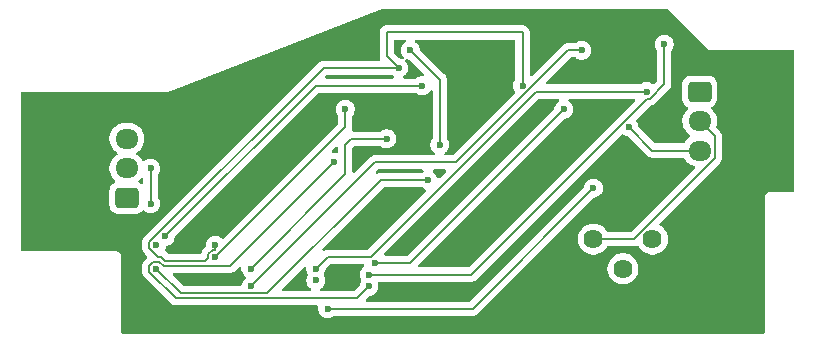
<source format=gbr>
%TF.GenerationSoftware,KiCad,Pcbnew,9.0.4*%
%TF.CreationDate,2025-09-27T14:14:02+05:30*%
%TF.ProjectId,EEG,4545472e-6b69-4636-9164-5f7063625858,rev?*%
%TF.SameCoordinates,Original*%
%TF.FileFunction,Copper,L2,Bot*%
%TF.FilePolarity,Positive*%
%FSLAX46Y46*%
G04 Gerber Fmt 4.6, Leading zero omitted, Abs format (unit mm)*
G04 Created by KiCad (PCBNEW 9.0.4) date 2025-09-27 14:14:02*
%MOMM*%
%LPD*%
G01*
G04 APERTURE LIST*
G04 Aperture macros list*
%AMRoundRect*
0 Rectangle with rounded corners*
0 $1 Rounding radius*
0 $2 $3 $4 $5 $6 $7 $8 $9 X,Y pos of 4 corners*
0 Add a 4 corners polygon primitive as box body*
4,1,4,$2,$3,$4,$5,$6,$7,$8,$9,$2,$3,0*
0 Add four circle primitives for the rounded corners*
1,1,$1+$1,$2,$3*
1,1,$1+$1,$4,$5*
1,1,$1+$1,$6,$7*
1,1,$1+$1,$8,$9*
0 Add four rect primitives between the rounded corners*
20,1,$1+$1,$2,$3,$4,$5,0*
20,1,$1+$1,$4,$5,$6,$7,0*
20,1,$1+$1,$6,$7,$8,$9,0*
20,1,$1+$1,$8,$9,$2,$3,0*%
G04 Aperture macros list end*
%TA.AperFunction,ComponentPad*%
%ADD10RoundRect,0.250000X0.725000X-0.600000X0.725000X0.600000X-0.725000X0.600000X-0.725000X-0.600000X0*%
%TD*%
%TA.AperFunction,ComponentPad*%
%ADD11O,1.950000X1.700000*%
%TD*%
%TA.AperFunction,ComponentPad*%
%ADD12C,1.620000*%
%TD*%
%TA.AperFunction,ComponentPad*%
%ADD13RoundRect,0.250000X-0.725000X0.600000X-0.725000X-0.600000X0.725000X-0.600000X0.725000X0.600000X0*%
%TD*%
%TA.AperFunction,ViaPad*%
%ADD14C,0.600000*%
%TD*%
%TA.AperFunction,Conductor*%
%ADD15C,0.200000*%
%TD*%
G04 APERTURE END LIST*
D10*
%TO.P,J2,1,Pin_1*%
%TO.N,bioIN-*%
X111500000Y-86000000D03*
D11*
%TO.P,J2,2,Pin_2*%
%TO.N,bioIN+*%
X111500000Y-83500000D03*
%TO.P,J2,3,Pin_3*%
%TO.N,bioRef*%
X111500000Y-81000000D03*
%TD*%
D12*
%TO.P,RV1,1,1*%
%TO.N,unconnected-(RV1-Pad1)*%
X156000000Y-89500000D03*
%TO.P,RV1,2,2*%
%TO.N,Net-(R10-Pad1)*%
X153500000Y-92000000D03*
%TO.P,RV1,3,3*%
%TO.N,GND*%
X151000000Y-89500000D03*
%TD*%
D13*
%TO.P,J1,1,Pin_1*%
%TO.N,+9V*%
X160000000Y-77000000D03*
D11*
%TO.P,J1,2,Pin_2*%
%TO.N,GND*%
X160000000Y-79500000D03*
%TO.P,J1,3,Pin_3*%
%TO.N,Sound Card*%
X160000000Y-82000000D03*
%TD*%
D14*
%TO.N,Net-(U5A-+)*%
X128500000Y-95399000D03*
X151000000Y-85175000D03*
%TO.N,Net-(U6A-+)*%
X129000000Y-83000000D03*
%TO.N,Net-(U2A-+)*%
X114000000Y-92000000D03*
%TO.N,Net-(U4A--)*%
X150000000Y-73500000D03*
%TO.N,Net-(U3A--)*%
X130000000Y-78500000D03*
%TO.N,Net-(U2A-+)*%
X137000000Y-84500000D03*
%TO.N,Net-(U2A--)*%
X136500000Y-76500000D03*
%TO.N,Net-(C8-Pad1)*%
X133500000Y-81000000D03*
%TO.N,Net-(U6A--)*%
X157000000Y-73000000D03*
%TO.N,Net-(C7-Pad2)*%
X148500000Y-78500000D03*
%TO.N,Sound Card*%
X154000000Y-80000000D03*
%TO.N,Net-(U5A--)*%
X155500000Y-77000000D03*
%TO.N,Net-(C4-Pad1)*%
X134500000Y-75000000D03*
X145000000Y-76500000D03*
%TO.N,Net-(C1-Pad2)*%
X138000000Y-81500000D03*
X135500000Y-73500000D03*
%TO.N,Net-(U5A-+)*%
X127500000Y-93000000D03*
%TO.N,Net-(U5A--)*%
X127500000Y-92000000D03*
%TO.N,Net-(C8-Pad1)*%
X122000000Y-92000000D03*
%TO.N,Net-(U4A--)*%
X122000000Y-93500000D03*
%TO.N,Net-(U6A-+)*%
X132000000Y-93500000D03*
%TO.N,Net-(U6A--)*%
X132000000Y-92500000D03*
%TO.N,Net-(C7-Pad2)*%
X132500000Y-91500000D03*
%TO.N,Net-(U3A--)*%
X119000000Y-91000000D03*
%TO.N,Net-(C4-Pad1)*%
X119000000Y-90000000D03*
%TO.N,Net-(U2A-+)*%
X114000000Y-90000000D03*
%TO.N,Net-(U2A--)*%
X114750000Y-89250000D03*
%TO.N,GND*%
X113500000Y-83500000D03*
X113500000Y-86500000D03*
%TD*%
D15*
%TO.N,Net-(C4-Pad1)*%
X128150057Y-75000000D02*
X134500000Y-75000000D01*
X113399000Y-89751057D02*
X128150057Y-75000000D01*
X113399000Y-90248943D02*
X113399000Y-89751057D01*
X114148057Y-90998000D02*
X113399000Y-90248943D01*
X114767100Y-91350057D02*
X114415043Y-90998000D01*
X118149943Y-91350057D02*
X114767100Y-91350057D01*
X118399000Y-91101000D02*
X118149943Y-91350057D01*
X118399000Y-90751057D02*
X118399000Y-91101000D01*
X119000000Y-90399000D02*
X118751057Y-90399000D01*
X118751057Y-90399000D02*
X118399000Y-90751057D01*
X114415043Y-90998000D02*
X114148057Y-90998000D01*
X119000000Y-90000000D02*
X119000000Y-90399000D01*
%TO.N,Net-(U5A--)*%
X132150057Y-91000000D02*
X128500000Y-91000000D01*
X146150057Y-77000000D02*
X132150057Y-91000000D01*
X155500000Y-77000000D02*
X146150057Y-77000000D01*
X128500000Y-91000000D02*
X127500000Y-92000000D01*
%TO.N,Net-(U5A-+)*%
X140776000Y-95399000D02*
X128601000Y-95399000D01*
X151000000Y-85175000D02*
X140776000Y-95399000D01*
%TO.N,GND*%
X154428808Y-89500000D02*
X151000000Y-89500000D01*
X161276000Y-80776000D02*
X161276000Y-82652808D01*
X160000000Y-79500000D02*
X161276000Y-80776000D01*
X161276000Y-82652808D02*
X154428808Y-89500000D01*
%TO.N,Net-(U6A-+)*%
X130998000Y-94502000D02*
X132000000Y-93500000D01*
X115652057Y-94502000D02*
X130998000Y-94502000D01*
X113399000Y-92248943D02*
X115652057Y-94502000D01*
X113399000Y-91751057D02*
X113399000Y-92248943D01*
X113751057Y-91399000D02*
X113399000Y-91751057D01*
X114248943Y-91399000D02*
X113751057Y-91399000D01*
X114601000Y-91751057D02*
X114248943Y-91399000D01*
X120248943Y-91751057D02*
X114601000Y-91751057D01*
X129000000Y-83000000D02*
X120248943Y-91751057D01*
%TO.N,Net-(U2A-+)*%
X116101000Y-94101000D02*
X114000000Y-92000000D01*
X123399000Y-94101000D02*
X116101000Y-94101000D01*
X133000000Y-84500000D02*
X123399000Y-94101000D01*
X137000000Y-84500000D02*
X133000000Y-84500000D01*
%TO.N,Net-(U4A--)*%
X148849943Y-73500000D02*
X150000000Y-73500000D01*
X139349943Y-83000000D02*
X148849943Y-73500000D01*
X132500000Y-83000000D02*
X139349943Y-83000000D01*
X122000000Y-93500000D02*
X132500000Y-83000000D01*
%TO.N,Net-(U3A--)*%
X130000000Y-80000000D02*
X130000000Y-78500000D01*
X119000000Y-91000000D02*
X130000000Y-80000000D01*
%TO.N,Net-(U2A--)*%
X127500000Y-76500000D02*
X136500000Y-76500000D01*
X114750000Y-89250000D02*
X127500000Y-76500000D01*
%TO.N,Net-(C8-Pad1)*%
X130000000Y-81500000D02*
X130500000Y-81000000D01*
X130500000Y-81000000D02*
X133500000Y-81000000D01*
X122000000Y-92000000D02*
X130000000Y-84000000D01*
X130000000Y-84000000D02*
X130000000Y-81500000D01*
%TO.N,Net-(U6A--)*%
X157000000Y-76349943D02*
X157000000Y-73000000D01*
X155748943Y-77601000D02*
X157000000Y-76349943D01*
X155549057Y-77601000D02*
X155748943Y-77601000D01*
X140650057Y-92500000D02*
X155549057Y-77601000D01*
X132000000Y-92500000D02*
X140650057Y-92500000D01*
%TO.N,Net-(C7-Pad2)*%
X135500000Y-91500000D02*
X148500000Y-78500000D01*
X132500000Y-91500000D02*
X135500000Y-91500000D01*
%TO.N,Sound Card*%
X156000000Y-82000000D02*
X160000000Y-82000000D01*
X154000000Y-80000000D02*
X156000000Y-82000000D01*
%TO.N,Net-(C4-Pad1)*%
X133500000Y-74000000D02*
X134500000Y-75000000D01*
X133500000Y-72000000D02*
X133500000Y-74000000D01*
X145000000Y-72000000D02*
X133500000Y-72000000D01*
X145000000Y-76500000D02*
X145000000Y-72000000D01*
%TO.N,Net-(C1-Pad2)*%
X138000000Y-76000000D02*
X138000000Y-81500000D01*
X135500000Y-73500000D02*
X138000000Y-76000000D01*
%TO.N,GND*%
X113500000Y-83500000D02*
X113500000Y-86500000D01*
%TD*%
%TA.AperFunction,NonConductor*%
G36*
X157308363Y-70020185D02*
G01*
X157329005Y-70036819D01*
X160599500Y-73307314D01*
X160692686Y-73400500D01*
X160806814Y-73466392D01*
X160934107Y-73500500D01*
X160934108Y-73500500D01*
X167875500Y-73500500D01*
X167942539Y-73520185D01*
X167988294Y-73572989D01*
X167999500Y-73624500D01*
X167999500Y-85375500D01*
X167979815Y-85442539D01*
X167927011Y-85488294D01*
X167875500Y-85499500D01*
X165934108Y-85499500D01*
X165806812Y-85533608D01*
X165692686Y-85599500D01*
X165692683Y-85599502D01*
X165599502Y-85692683D01*
X165599500Y-85692686D01*
X165533608Y-85806812D01*
X165499500Y-85934108D01*
X165499500Y-97375500D01*
X165479815Y-97442539D01*
X165427011Y-97488294D01*
X165375500Y-97499500D01*
X111124500Y-97499500D01*
X111057461Y-97479815D01*
X111011706Y-97427011D01*
X111000500Y-97375500D01*
X111000500Y-90934110D01*
X111000500Y-90934108D01*
X110966392Y-90806814D01*
X110900500Y-90692686D01*
X110807314Y-90599500D01*
X110750250Y-90566554D01*
X110693187Y-90533608D01*
X110629539Y-90516554D01*
X110565892Y-90499500D01*
X110565891Y-90499500D01*
X102624500Y-90499500D01*
X102557461Y-90479815D01*
X102511706Y-90427011D01*
X102500500Y-90375500D01*
X102500500Y-90327997D01*
X112798498Y-90327997D01*
X112839423Y-90480728D01*
X112847504Y-90494724D01*
X112847505Y-90494726D01*
X112918477Y-90617655D01*
X112918481Y-90617660D01*
X113037349Y-90736528D01*
X113037355Y-90736533D01*
X113213140Y-90912318D01*
X113246625Y-90973641D01*
X113241641Y-91043333D01*
X113213140Y-91087680D01*
X113023214Y-91277605D01*
X113023215Y-91277606D01*
X112918478Y-91382343D01*
X112907996Y-91400500D01*
X112887540Y-91435931D01*
X112839423Y-91519272D01*
X112798499Y-91672000D01*
X112798499Y-91672002D01*
X112798499Y-91840103D01*
X112798500Y-91840116D01*
X112798500Y-92162273D01*
X112798499Y-92162291D01*
X112798499Y-92327997D01*
X112798498Y-92327997D01*
X112839423Y-92480728D01*
X112847504Y-92494724D01*
X112847505Y-92494726D01*
X112918477Y-92617655D01*
X112918481Y-92617660D01*
X113037349Y-92736528D01*
X113037354Y-92736532D01*
X115283341Y-94982520D01*
X115283343Y-94982521D01*
X115283347Y-94982524D01*
X115420266Y-95061573D01*
X115420273Y-95061577D01*
X115573000Y-95102501D01*
X115573002Y-95102501D01*
X115738711Y-95102501D01*
X115738727Y-95102500D01*
X127591700Y-95102500D01*
X127658739Y-95122185D01*
X127704494Y-95174989D01*
X127714438Y-95244147D01*
X127713317Y-95250691D01*
X127699500Y-95320153D01*
X127699500Y-95477846D01*
X127730261Y-95632489D01*
X127730264Y-95632501D01*
X127790602Y-95778172D01*
X127790609Y-95778185D01*
X127878210Y-95909288D01*
X127878213Y-95909292D01*
X127989707Y-96020786D01*
X127989711Y-96020789D01*
X128120814Y-96108390D01*
X128120827Y-96108397D01*
X128266498Y-96168735D01*
X128266503Y-96168737D01*
X128421153Y-96199499D01*
X128421156Y-96199500D01*
X128421158Y-96199500D01*
X128578844Y-96199500D01*
X128578845Y-96199499D01*
X128733497Y-96168737D01*
X128879179Y-96108394D01*
X128879185Y-96108390D01*
X129010875Y-96020398D01*
X129077553Y-95999520D01*
X129079766Y-95999500D01*
X140689331Y-95999500D01*
X140689347Y-95999501D01*
X140696943Y-95999501D01*
X140855054Y-95999501D01*
X140855057Y-95999501D01*
X141007785Y-95958577D01*
X141057904Y-95929639D01*
X141144716Y-95879520D01*
X141256520Y-95767716D01*
X141256520Y-95767714D01*
X141266728Y-95757507D01*
X141266729Y-95757504D01*
X145127372Y-91896861D01*
X152189500Y-91896861D01*
X152189500Y-92103139D01*
X152192301Y-92120821D01*
X152221769Y-92306877D01*
X152221769Y-92306880D01*
X152285510Y-92503054D01*
X152346007Y-92621786D01*
X152379160Y-92686852D01*
X152500407Y-92853733D01*
X152646267Y-92999593D01*
X152813148Y-93120840D01*
X152973692Y-93202641D01*
X152996945Y-93214489D01*
X153193120Y-93278230D01*
X153193121Y-93278230D01*
X153193124Y-93278231D01*
X153396861Y-93310500D01*
X153396862Y-93310500D01*
X153603138Y-93310500D01*
X153603139Y-93310500D01*
X153806876Y-93278231D01*
X153806879Y-93278230D01*
X153806880Y-93278230D01*
X154003054Y-93214489D01*
X154003054Y-93214488D01*
X154003057Y-93214488D01*
X154186852Y-93120840D01*
X154353733Y-92999593D01*
X154499593Y-92853733D01*
X154620840Y-92686852D01*
X154714488Y-92503057D01*
X154741100Y-92421153D01*
X154778230Y-92306880D01*
X154778230Y-92306879D01*
X154778231Y-92306876D01*
X154810500Y-92103139D01*
X154810500Y-91896861D01*
X154778231Y-91693124D01*
X154778230Y-91693120D01*
X154778230Y-91693119D01*
X154714489Y-91496945D01*
X154710803Y-91489711D01*
X154620840Y-91313148D01*
X154499593Y-91146267D01*
X154353733Y-91000407D01*
X154186852Y-90879160D01*
X154003054Y-90785510D01*
X153806879Y-90721769D01*
X153654073Y-90697567D01*
X153603139Y-90689500D01*
X153396861Y-90689500D01*
X153328948Y-90700256D01*
X153193122Y-90721769D01*
X153193119Y-90721769D01*
X152996945Y-90785510D01*
X152813147Y-90879160D01*
X152646265Y-91000408D01*
X152500408Y-91146265D01*
X152379160Y-91313147D01*
X152285510Y-91496945D01*
X152221769Y-91693119D01*
X152221769Y-91693122D01*
X152200072Y-91830114D01*
X152189500Y-91896861D01*
X145127372Y-91896861D01*
X151014662Y-86009572D01*
X151075983Y-85976089D01*
X151078150Y-85975638D01*
X151136085Y-85964113D01*
X151233497Y-85944737D01*
X151379179Y-85884394D01*
X151510289Y-85796789D01*
X151621789Y-85685289D01*
X151709394Y-85554179D01*
X151769737Y-85408497D01*
X151800500Y-85253842D01*
X151800500Y-85096158D01*
X151800500Y-85096155D01*
X151800499Y-85096153D01*
X151769738Y-84941510D01*
X151769738Y-84941508D01*
X151769737Y-84941503D01*
X151724714Y-84832807D01*
X151709397Y-84795827D01*
X151709390Y-84795814D01*
X151621789Y-84664711D01*
X151621786Y-84664707D01*
X151510292Y-84553213D01*
X151510288Y-84553210D01*
X151379185Y-84465609D01*
X151379172Y-84465602D01*
X151233501Y-84405264D01*
X151233489Y-84405261D01*
X151078845Y-84374500D01*
X151078842Y-84374500D01*
X150921158Y-84374500D01*
X150921155Y-84374500D01*
X150766510Y-84405261D01*
X150766498Y-84405264D01*
X150620827Y-84465602D01*
X150620814Y-84465609D01*
X150489711Y-84553210D01*
X150489707Y-84553213D01*
X150378213Y-84664707D01*
X150378210Y-84664711D01*
X150290609Y-84795814D01*
X150290602Y-84795827D01*
X150230264Y-84941498D01*
X150230261Y-84941508D01*
X150199361Y-85096850D01*
X150166976Y-85158761D01*
X150165425Y-85160339D01*
X140563584Y-94762181D01*
X140502261Y-94795666D01*
X140475903Y-94798500D01*
X131850097Y-94798500D01*
X131783058Y-94778815D01*
X131737303Y-94726011D01*
X131727359Y-94656853D01*
X131756384Y-94593297D01*
X131762416Y-94586819D01*
X132014662Y-94334572D01*
X132075983Y-94301089D01*
X132078150Y-94300638D01*
X132136085Y-94289113D01*
X132233497Y-94269737D01*
X132379179Y-94209394D01*
X132510289Y-94121789D01*
X132621789Y-94010289D01*
X132709394Y-93879179D01*
X132769737Y-93733497D01*
X132800500Y-93578842D01*
X132800500Y-93421158D01*
X132800500Y-93421155D01*
X132800499Y-93421153D01*
X132792148Y-93379172D01*
X132769737Y-93266503D01*
X132769732Y-93266492D01*
X132767969Y-93260676D01*
X132770720Y-93259841D01*
X132764497Y-93202641D01*
X132795691Y-93140122D01*
X132855734Y-93104392D01*
X132886555Y-93100500D01*
X140563388Y-93100500D01*
X140563404Y-93100501D01*
X140571000Y-93100501D01*
X140729111Y-93100501D01*
X140729114Y-93100501D01*
X140881842Y-93059577D01*
X140951290Y-93019481D01*
X141018773Y-92980520D01*
X141130577Y-92868716D01*
X141130577Y-92868714D01*
X141140781Y-92858511D01*
X141140784Y-92858506D01*
X153350490Y-80648801D01*
X153411811Y-80615318D01*
X153481503Y-80620302D01*
X153507060Y-80633382D01*
X153620814Y-80709390D01*
X153620827Y-80709397D01*
X153718853Y-80750000D01*
X153766503Y-80769737D01*
X153831147Y-80782595D01*
X153921849Y-80800638D01*
X153983760Y-80833023D01*
X153985339Y-80834574D01*
X155515139Y-82364374D01*
X155515149Y-82364385D01*
X155519479Y-82368715D01*
X155519480Y-82368716D01*
X155631284Y-82480520D01*
X155698758Y-82519475D01*
X155718095Y-82530639D01*
X155718097Y-82530641D01*
X155756151Y-82552611D01*
X155768215Y-82559577D01*
X155920943Y-82600500D01*
X156079057Y-82600500D01*
X158589281Y-82600500D01*
X158656320Y-82620185D01*
X158699765Y-82668205D01*
X158719947Y-82707814D01*
X158719948Y-82707815D01*
X158844890Y-82879786D01*
X158995213Y-83030109D01*
X159167179Y-83155048D01*
X159167181Y-83155049D01*
X159167184Y-83155051D01*
X159223523Y-83183757D01*
X159356583Y-83251555D01*
X159356585Y-83251555D01*
X159356588Y-83251557D01*
X159519957Y-83304639D01*
X159577632Y-83344077D01*
X159604830Y-83408436D01*
X159592915Y-83477282D01*
X159569319Y-83510251D01*
X154216392Y-88863181D01*
X154155069Y-88896666D01*
X154128711Y-88899500D01*
X152240825Y-88899500D01*
X152173786Y-88879815D01*
X152130341Y-88831795D01*
X152120840Y-88813148D01*
X151999593Y-88646267D01*
X151853733Y-88500407D01*
X151686852Y-88379160D01*
X151553993Y-88311465D01*
X151503054Y-88285510D01*
X151306879Y-88221769D01*
X151154073Y-88197567D01*
X151103139Y-88189500D01*
X150896861Y-88189500D01*
X150828948Y-88200256D01*
X150693122Y-88221769D01*
X150693119Y-88221769D01*
X150496945Y-88285510D01*
X150313147Y-88379160D01*
X150146265Y-88500408D01*
X150000408Y-88646265D01*
X149879160Y-88813147D01*
X149785510Y-88996945D01*
X149721769Y-89193119D01*
X149721769Y-89193122D01*
X149709508Y-89270535D01*
X149689500Y-89396861D01*
X149689500Y-89603139D01*
X149692301Y-89620821D01*
X149721769Y-89806877D01*
X149721769Y-89806880D01*
X149785510Y-90003054D01*
X149853486Y-90136464D01*
X149879160Y-90186852D01*
X150000407Y-90353733D01*
X150146267Y-90499593D01*
X150313148Y-90620840D01*
X150444602Y-90687819D01*
X150496945Y-90714489D01*
X150693120Y-90778230D01*
X150693121Y-90778230D01*
X150693124Y-90778231D01*
X150896861Y-90810500D01*
X150896862Y-90810500D01*
X151103138Y-90810500D01*
X151103139Y-90810500D01*
X151306876Y-90778231D01*
X151306879Y-90778230D01*
X151306880Y-90778230D01*
X151503054Y-90714489D01*
X151503054Y-90714488D01*
X151503057Y-90714488D01*
X151686852Y-90620840D01*
X151853733Y-90499593D01*
X151999593Y-90353733D01*
X152120840Y-90186852D01*
X152130341Y-90168204D01*
X152178313Y-90117410D01*
X152240825Y-90100500D01*
X154342139Y-90100500D01*
X154342155Y-90100501D01*
X154349751Y-90100501D01*
X154507862Y-90100501D01*
X154507865Y-90100501D01*
X154660593Y-90059577D01*
X154666205Y-90056336D01*
X154734099Y-90039862D01*
X154800127Y-90062711D01*
X154838691Y-90107427D01*
X154879160Y-90186852D01*
X155000407Y-90353733D01*
X155146267Y-90499593D01*
X155313148Y-90620840D01*
X155444602Y-90687819D01*
X155496945Y-90714489D01*
X155693120Y-90778230D01*
X155693121Y-90778230D01*
X155693124Y-90778231D01*
X155896861Y-90810500D01*
X155896862Y-90810500D01*
X156103138Y-90810500D01*
X156103139Y-90810500D01*
X156306876Y-90778231D01*
X156306879Y-90778230D01*
X156306880Y-90778230D01*
X156503054Y-90714489D01*
X156503054Y-90714488D01*
X156503057Y-90714488D01*
X156686852Y-90620840D01*
X156853733Y-90499593D01*
X156999593Y-90353733D01*
X157120840Y-90186852D01*
X157214488Y-90003057D01*
X157257140Y-89871789D01*
X157278230Y-89806880D01*
X157278230Y-89806879D01*
X157278231Y-89806876D01*
X157310500Y-89603139D01*
X157310500Y-89396861D01*
X157278231Y-89193124D01*
X157278230Y-89193120D01*
X157278230Y-89193119D01*
X157214489Y-88996945D01*
X157120839Y-88813147D01*
X157120837Y-88813144D01*
X156999593Y-88646267D01*
X156853733Y-88500407D01*
X156686852Y-88379160D01*
X156686851Y-88379159D01*
X156686849Y-88379158D01*
X156648151Y-88359440D01*
X156597356Y-88311465D01*
X156580561Y-88243644D01*
X156603099Y-88177510D01*
X156616760Y-88161281D01*
X161756520Y-83021524D01*
X161835577Y-82884593D01*
X161876501Y-82731865D01*
X161876501Y-82573750D01*
X161876501Y-82566155D01*
X161876500Y-82566137D01*
X161876500Y-80865060D01*
X161876501Y-80865047D01*
X161876501Y-80696944D01*
X161876501Y-80696943D01*
X161835577Y-80544216D01*
X161799419Y-80481588D01*
X161756524Y-80407290D01*
X161756518Y-80407282D01*
X161428103Y-80078867D01*
X161394618Y-80017544D01*
X161397852Y-79952870D01*
X161442246Y-79816243D01*
X161475500Y-79606287D01*
X161475500Y-79393713D01*
X161442246Y-79183757D01*
X161376557Y-78981588D01*
X161280051Y-78792184D01*
X161280049Y-78792181D01*
X161280048Y-78792179D01*
X161155109Y-78620213D01*
X161016294Y-78481398D01*
X160982809Y-78420075D01*
X160987793Y-78350383D01*
X161029665Y-78294450D01*
X161038879Y-78288178D01*
X161044331Y-78284814D01*
X161044334Y-78284814D01*
X161193656Y-78192712D01*
X161317712Y-78068656D01*
X161409814Y-77919334D01*
X161464999Y-77752797D01*
X161475500Y-77650009D01*
X161475499Y-76349992D01*
X161473151Y-76327011D01*
X161464999Y-76247203D01*
X161464998Y-76247200D01*
X161449192Y-76199500D01*
X161409814Y-76080666D01*
X161317712Y-75931344D01*
X161193656Y-75807288D01*
X161080850Y-75737709D01*
X161044336Y-75715187D01*
X161044331Y-75715185D01*
X161026855Y-75709394D01*
X160877797Y-75660001D01*
X160877795Y-75660000D01*
X160775010Y-75649500D01*
X159224998Y-75649500D01*
X159224981Y-75649501D01*
X159122203Y-75660000D01*
X159122200Y-75660001D01*
X158955668Y-75715185D01*
X158955663Y-75715187D01*
X158806342Y-75807289D01*
X158682289Y-75931342D01*
X158590187Y-76080663D01*
X158590186Y-76080666D01*
X158535001Y-76247203D01*
X158535001Y-76247204D01*
X158535000Y-76247204D01*
X158524500Y-76349983D01*
X158524500Y-77650001D01*
X158524501Y-77650018D01*
X158535000Y-77752796D01*
X158535001Y-77752799D01*
X158590185Y-77919331D01*
X158590187Y-77919336D01*
X158682289Y-78068657D01*
X158806344Y-78192712D01*
X158961120Y-78288178D01*
X159007845Y-78340126D01*
X159019068Y-78409088D01*
X158991224Y-78473171D01*
X158983706Y-78481398D01*
X158844889Y-78620215D01*
X158719951Y-78792179D01*
X158623444Y-78981585D01*
X158557753Y-79183760D01*
X158524500Y-79393713D01*
X158524500Y-79606286D01*
X158553214Y-79787583D01*
X158557754Y-79816243D01*
X158607677Y-79969890D01*
X158623444Y-80018414D01*
X158719951Y-80207820D01*
X158844890Y-80379786D01*
X158995209Y-80530105D01*
X158995214Y-80530109D01*
X159159793Y-80649682D01*
X159202459Y-80705011D01*
X159208438Y-80774625D01*
X159175833Y-80836420D01*
X159159793Y-80850318D01*
X158995214Y-80969890D01*
X158995209Y-80969894D01*
X158844890Y-81120213D01*
X158719948Y-81292184D01*
X158719947Y-81292185D01*
X158699765Y-81331795D01*
X158651791Y-81382591D01*
X158589281Y-81399500D01*
X156300097Y-81399500D01*
X156233058Y-81379815D01*
X156212416Y-81363181D01*
X154834574Y-79985339D01*
X154801089Y-79924016D01*
X154800638Y-79921849D01*
X154769738Y-79766510D01*
X154769737Y-79766503D01*
X154742150Y-79699902D01*
X154709397Y-79620827D01*
X154709390Y-79620814D01*
X154633382Y-79507060D01*
X154612504Y-79440382D01*
X154630989Y-79373002D01*
X154648799Y-79350492D01*
X155763449Y-78235842D01*
X155820447Y-78204719D01*
X155820149Y-78203604D01*
X155824745Y-78202372D01*
X155824770Y-78202359D01*
X155824842Y-78202346D01*
X155827995Y-78201501D01*
X155828000Y-78201501D01*
X155980728Y-78160577D01*
X156049587Y-78120821D01*
X156117659Y-78081520D01*
X156229463Y-77969716D01*
X156229463Y-77969714D01*
X156239667Y-77959511D01*
X156239670Y-77959506D01*
X157480520Y-76718659D01*
X157559577Y-76581727D01*
X157600501Y-76429000D01*
X157600501Y-76270885D01*
X157600501Y-76263290D01*
X157600500Y-76263272D01*
X157600500Y-73579765D01*
X157620185Y-73512726D01*
X157621398Y-73510874D01*
X157681347Y-73421155D01*
X157709394Y-73379179D01*
X157769737Y-73233497D01*
X157800500Y-73078842D01*
X157800500Y-72921158D01*
X157800500Y-72921155D01*
X157800499Y-72921153D01*
X157774531Y-72790606D01*
X157769737Y-72766503D01*
X157769735Y-72766498D01*
X157709397Y-72620827D01*
X157709390Y-72620814D01*
X157621789Y-72489711D01*
X157621786Y-72489707D01*
X157510292Y-72378213D01*
X157510288Y-72378210D01*
X157379185Y-72290609D01*
X157379172Y-72290602D01*
X157233501Y-72230264D01*
X157233489Y-72230261D01*
X157078845Y-72199500D01*
X157078842Y-72199500D01*
X156921158Y-72199500D01*
X156921155Y-72199500D01*
X156766510Y-72230261D01*
X156766498Y-72230264D01*
X156620827Y-72290602D01*
X156620814Y-72290609D01*
X156489711Y-72378210D01*
X156489707Y-72378213D01*
X156378213Y-72489707D01*
X156378210Y-72489711D01*
X156290609Y-72620814D01*
X156290602Y-72620827D01*
X156230264Y-72766498D01*
X156230261Y-72766510D01*
X156199500Y-72921153D01*
X156199500Y-73078846D01*
X156230261Y-73233489D01*
X156230264Y-73233501D01*
X156290602Y-73379172D01*
X156290609Y-73379185D01*
X156378602Y-73510874D01*
X156399480Y-73577551D01*
X156399500Y-73579765D01*
X156399500Y-76049844D01*
X156379815Y-76116883D01*
X156363181Y-76137525D01*
X156149510Y-76351196D01*
X156088187Y-76384681D01*
X156018495Y-76379697D01*
X155992938Y-76366617D01*
X155879185Y-76290609D01*
X155879172Y-76290602D01*
X155733501Y-76230264D01*
X155733489Y-76230261D01*
X155578845Y-76199500D01*
X155578842Y-76199500D01*
X155421158Y-76199500D01*
X155421155Y-76199500D01*
X155266510Y-76230261D01*
X155266498Y-76230264D01*
X155120827Y-76290602D01*
X155120814Y-76290609D01*
X154989125Y-76378602D01*
X154922447Y-76399480D01*
X154920234Y-76399500D01*
X147099040Y-76399500D01*
X147032001Y-76379815D01*
X146986246Y-76327011D01*
X146976302Y-76257853D01*
X147005327Y-76194297D01*
X147011359Y-76187819D01*
X149062359Y-74136819D01*
X149123682Y-74103334D01*
X149150040Y-74100500D01*
X149420234Y-74100500D01*
X149487273Y-74120185D01*
X149489125Y-74121398D01*
X149620814Y-74209390D01*
X149620827Y-74209397D01*
X149766498Y-74269735D01*
X149766503Y-74269737D01*
X149871418Y-74290606D01*
X149921153Y-74300499D01*
X149921156Y-74300500D01*
X149921158Y-74300500D01*
X150078844Y-74300500D01*
X150078845Y-74300499D01*
X150233497Y-74269737D01*
X150379179Y-74209394D01*
X150510289Y-74121789D01*
X150621789Y-74010289D01*
X150709394Y-73879179D01*
X150769737Y-73733497D01*
X150800500Y-73578842D01*
X150800500Y-73421158D01*
X150800500Y-73421155D01*
X150800499Y-73421153D01*
X150769738Y-73266510D01*
X150769737Y-73266503D01*
X150713728Y-73131284D01*
X150709397Y-73120827D01*
X150709390Y-73120814D01*
X150621789Y-72989711D01*
X150621786Y-72989707D01*
X150510292Y-72878213D01*
X150510288Y-72878210D01*
X150379185Y-72790609D01*
X150379172Y-72790602D01*
X150233501Y-72730264D01*
X150233489Y-72730261D01*
X150078845Y-72699500D01*
X150078842Y-72699500D01*
X149921158Y-72699500D01*
X149921155Y-72699500D01*
X149766510Y-72730261D01*
X149766498Y-72730264D01*
X149620827Y-72790602D01*
X149620814Y-72790609D01*
X149489125Y-72878602D01*
X149422447Y-72899480D01*
X149420234Y-72899500D01*
X148936612Y-72899500D01*
X148936596Y-72899499D01*
X148929000Y-72899499D01*
X148770886Y-72899499D01*
X148663530Y-72928265D01*
X148618153Y-72940424D01*
X148618152Y-72940425D01*
X148568039Y-72969359D01*
X148568038Y-72969360D01*
X148532796Y-72989707D01*
X148481228Y-73019479D01*
X148481225Y-73019481D01*
X145812181Y-75688526D01*
X145750858Y-75722011D01*
X145681166Y-75717027D01*
X145625233Y-75675155D01*
X145600816Y-75609691D01*
X145600500Y-75600845D01*
X145600500Y-71920945D01*
X145600500Y-71920943D01*
X145559577Y-71768216D01*
X145559573Y-71768209D01*
X145480524Y-71631290D01*
X145480518Y-71631282D01*
X145368717Y-71519481D01*
X145368709Y-71519475D01*
X145231790Y-71440426D01*
X145231786Y-71440424D01*
X145231784Y-71440423D01*
X145079057Y-71399500D01*
X133579057Y-71399500D01*
X133420943Y-71399500D01*
X133268216Y-71440423D01*
X133268209Y-71440426D01*
X133131290Y-71519475D01*
X133131282Y-71519481D01*
X133019481Y-71631282D01*
X133019475Y-71631290D01*
X132940426Y-71768209D01*
X132940423Y-71768216D01*
X132899500Y-71920943D01*
X132899500Y-73913330D01*
X132899499Y-73913348D01*
X132899499Y-74079054D01*
X132899498Y-74079054D01*
X132899499Y-74079057D01*
X132923057Y-74166977D01*
X132942527Y-74239636D01*
X132940186Y-74240263D01*
X132946346Y-74297505D01*
X132915077Y-74359987D01*
X132854991Y-74395645D01*
X132824314Y-74399500D01*
X128236726Y-74399500D01*
X128236710Y-74399499D01*
X128229114Y-74399499D01*
X128071000Y-74399499D01*
X127963644Y-74428265D01*
X127918267Y-74440424D01*
X127918266Y-74440425D01*
X127868153Y-74469359D01*
X127868152Y-74469360D01*
X127832910Y-74489707D01*
X127781342Y-74519479D01*
X127781339Y-74519481D01*
X112918479Y-89382341D01*
X112910097Y-89396861D01*
X112894697Y-89423535D01*
X112839423Y-89519272D01*
X112798499Y-89672000D01*
X112798499Y-89830114D01*
X112798499Y-89830116D01*
X112798500Y-89840110D01*
X112798500Y-90162273D01*
X112798499Y-90162291D01*
X112798499Y-90327997D01*
X112798498Y-90327997D01*
X102500500Y-90327997D01*
X102500500Y-80893713D01*
X110024500Y-80893713D01*
X110024500Y-81106286D01*
X110053943Y-81292185D01*
X110057754Y-81316243D01*
X110120803Y-81510288D01*
X110123444Y-81518414D01*
X110219951Y-81707820D01*
X110344890Y-81879786D01*
X110495209Y-82030105D01*
X110495214Y-82030109D01*
X110659793Y-82149682D01*
X110702459Y-82205011D01*
X110708438Y-82274625D01*
X110675833Y-82336420D01*
X110659793Y-82350318D01*
X110495214Y-82469890D01*
X110495209Y-82469894D01*
X110344890Y-82620213D01*
X110219951Y-82792179D01*
X110123444Y-82981585D01*
X110123443Y-82981587D01*
X110123443Y-82981588D01*
X110090598Y-83082672D01*
X110057753Y-83183760D01*
X110024500Y-83393713D01*
X110024500Y-83606286D01*
X110057110Y-83812181D01*
X110057754Y-83816243D01*
X110121595Y-84012726D01*
X110123444Y-84018414D01*
X110219951Y-84207820D01*
X110344890Y-84379786D01*
X110483705Y-84518601D01*
X110517190Y-84579924D01*
X110512206Y-84649616D01*
X110470334Y-84705549D01*
X110461121Y-84711821D01*
X110306342Y-84807289D01*
X110182289Y-84931342D01*
X110090187Y-85080663D01*
X110090185Y-85080668D01*
X110076689Y-85121398D01*
X110035001Y-85247203D01*
X110035001Y-85247204D01*
X110035000Y-85247204D01*
X110024500Y-85349983D01*
X110024500Y-86650001D01*
X110024501Y-86650018D01*
X110035000Y-86752796D01*
X110035001Y-86752799D01*
X110076880Y-86879179D01*
X110090186Y-86919334D01*
X110182288Y-87068656D01*
X110306344Y-87192712D01*
X110455666Y-87284814D01*
X110622203Y-87339999D01*
X110724991Y-87350500D01*
X112275008Y-87350499D01*
X112377797Y-87339999D01*
X112544334Y-87284814D01*
X112693656Y-87192712D01*
X112789466Y-87096901D01*
X112850785Y-87063419D01*
X112920477Y-87068403D01*
X112964825Y-87096904D01*
X112989707Y-87121786D01*
X112989711Y-87121789D01*
X113120814Y-87209390D01*
X113120827Y-87209397D01*
X113266498Y-87269735D01*
X113266503Y-87269737D01*
X113421153Y-87300499D01*
X113421156Y-87300500D01*
X113421158Y-87300500D01*
X113578844Y-87300500D01*
X113578845Y-87300499D01*
X113733497Y-87269737D01*
X113879179Y-87209394D01*
X114010289Y-87121789D01*
X114121789Y-87010289D01*
X114209394Y-86879179D01*
X114269737Y-86733497D01*
X114300500Y-86578842D01*
X114300500Y-86421158D01*
X114300500Y-86421155D01*
X114300499Y-86421153D01*
X114269738Y-86266510D01*
X114269737Y-86266503D01*
X114269735Y-86266498D01*
X114209397Y-86120827D01*
X114209390Y-86120814D01*
X114121398Y-85989125D01*
X114100520Y-85922447D01*
X114100500Y-85920234D01*
X114100500Y-84079765D01*
X114120185Y-84012726D01*
X114121398Y-84010874D01*
X114209390Y-83879185D01*
X114209390Y-83879184D01*
X114209394Y-83879179D01*
X114212340Y-83872068D01*
X114237145Y-83812181D01*
X114269737Y-83733497D01*
X114300500Y-83578842D01*
X114300500Y-83421158D01*
X114300500Y-83421155D01*
X114300499Y-83421153D01*
X114285367Y-83345079D01*
X114269737Y-83266503D01*
X114235463Y-83183757D01*
X114209397Y-83120827D01*
X114209390Y-83120814D01*
X114121789Y-82989711D01*
X114121786Y-82989707D01*
X114010292Y-82878213D01*
X114010288Y-82878210D01*
X113879185Y-82790609D01*
X113879172Y-82790602D01*
X113733501Y-82730264D01*
X113733489Y-82730261D01*
X113578845Y-82699500D01*
X113578842Y-82699500D01*
X113421158Y-82699500D01*
X113421155Y-82699500D01*
X113266510Y-82730261D01*
X113266498Y-82730264D01*
X113120827Y-82790602D01*
X113120814Y-82790609D01*
X112984646Y-82881595D01*
X112983543Y-82879945D01*
X112927634Y-82903691D01*
X112858766Y-82891900D01*
X112807206Y-82844748D01*
X112802794Y-82836820D01*
X112780048Y-82792179D01*
X112655109Y-82620213D01*
X112504792Y-82469896D01*
X112504784Y-82469890D01*
X112340204Y-82350316D01*
X112297540Y-82294989D01*
X112291561Y-82225376D01*
X112324166Y-82163580D01*
X112340199Y-82149686D01*
X112504792Y-82030104D01*
X112655104Y-81879792D01*
X112655106Y-81879788D01*
X112655109Y-81879786D01*
X112778902Y-81709397D01*
X112780051Y-81707816D01*
X112876557Y-81518412D01*
X112942246Y-81316243D01*
X112975500Y-81106287D01*
X112975500Y-80893713D01*
X112942246Y-80683757D01*
X112876557Y-80481588D01*
X112780051Y-80292184D01*
X112780049Y-80292181D01*
X112780048Y-80292179D01*
X112655109Y-80120213D01*
X112504786Y-79969890D01*
X112332820Y-79844951D01*
X112143414Y-79748444D01*
X112143413Y-79748443D01*
X112143412Y-79748443D01*
X111941243Y-79682754D01*
X111941241Y-79682753D01*
X111941240Y-79682753D01*
X111779957Y-79657208D01*
X111731287Y-79649500D01*
X111268713Y-79649500D01*
X111220042Y-79657208D01*
X111058760Y-79682753D01*
X110856585Y-79748444D01*
X110667179Y-79844951D01*
X110495213Y-79969890D01*
X110344890Y-80120213D01*
X110219951Y-80292179D01*
X110123444Y-80481585D01*
X110123443Y-80481587D01*
X110123443Y-80481588D01*
X110103096Y-80544209D01*
X110057753Y-80683760D01*
X110024500Y-80893713D01*
X102500500Y-80893713D01*
X102500500Y-77124500D01*
X102520185Y-77057461D01*
X102572989Y-77011706D01*
X102624500Y-77000500D01*
X114961709Y-77000500D01*
X114988992Y-77004699D01*
X115027330Y-77000500D01*
X115065892Y-77000500D01*
X115083390Y-76995810D01*
X115101982Y-76992323D01*
X115119993Y-76990351D01*
X115155937Y-76976372D01*
X115193186Y-76966392D01*
X115217089Y-76952591D01*
X133072214Y-70008930D01*
X133117157Y-70000500D01*
X157241324Y-70000500D01*
X157308363Y-70020185D01*
G37*
%TD.AperFunction*%
%TA.AperFunction,NonConductor*%
G36*
X112861920Y-84336118D02*
G01*
X112896277Y-84396957D01*
X112899500Y-84425043D01*
X112899500Y-84713922D01*
X112897138Y-84721963D01*
X112898421Y-84730246D01*
X112887440Y-84754991D01*
X112879815Y-84780961D01*
X112873482Y-84786448D01*
X112870082Y-84794111D01*
X112847464Y-84808992D01*
X112827011Y-84826716D01*
X112818716Y-84827908D01*
X112811714Y-84832516D01*
X112784647Y-84832807D01*
X112757853Y-84836660D01*
X112748414Y-84833197D01*
X112741849Y-84833268D01*
X112724572Y-84824450D01*
X112709588Y-84818953D01*
X112698131Y-84811763D01*
X112693656Y-84807288D01*
X112544334Y-84715186D01*
X112544123Y-84715116D01*
X112538063Y-84711313D01*
X112515241Y-84685541D01*
X112492154Y-84659873D01*
X112492073Y-84659379D01*
X112491742Y-84659005D01*
X112486467Y-84624933D01*
X112480931Y-84590910D01*
X112481130Y-84590451D01*
X112481054Y-84589958D01*
X112495031Y-84558458D01*
X112508775Y-84526828D01*
X112509342Y-84526207D01*
X112509393Y-84526093D01*
X112509527Y-84526004D01*
X112516272Y-84518623D01*
X112655104Y-84379792D01*
X112675181Y-84352157D01*
X112730511Y-84309492D01*
X112800124Y-84303513D01*
X112861920Y-84336118D01*
G37*
%TD.AperFunction*%
%TA.AperFunction,NonConductor*%
G36*
X135063600Y-72620185D02*
G01*
X135109355Y-72672989D01*
X135119299Y-72742147D01*
X135090274Y-72805703D01*
X135065452Y-72827602D01*
X134989711Y-72878210D01*
X134989707Y-72878213D01*
X134878213Y-72989707D01*
X134878210Y-72989711D01*
X134790609Y-73120814D01*
X134790602Y-73120827D01*
X134730264Y-73266498D01*
X134730261Y-73266510D01*
X134699500Y-73421153D01*
X134699500Y-73578846D01*
X134730261Y-73733489D01*
X134730264Y-73733501D01*
X134790602Y-73879172D01*
X134790609Y-73879185D01*
X134878210Y-74010288D01*
X134878213Y-74010292D01*
X134915253Y-74047332D01*
X134948738Y-74108655D01*
X134943754Y-74178347D01*
X134901882Y-74234280D01*
X134836418Y-74258697D01*
X134797015Y-74255189D01*
X134788363Y-74252989D01*
X134733497Y-74230263D01*
X134578842Y-74199500D01*
X134577996Y-74199500D01*
X134571786Y-74197921D01*
X134544419Y-74181717D01*
X134516241Y-74166977D01*
X134514662Y-74165426D01*
X134136819Y-73787583D01*
X134103334Y-73726260D01*
X134100500Y-73699902D01*
X134100500Y-72724500D01*
X134120185Y-72657461D01*
X134172989Y-72611706D01*
X134224500Y-72600500D01*
X134996561Y-72600500D01*
X135063600Y-72620185D01*
G37*
%TD.AperFunction*%
%TA.AperFunction,NonConductor*%
G36*
X135202984Y-74244810D02*
G01*
X135211632Y-74247008D01*
X135266503Y-74269737D01*
X135421158Y-74300500D01*
X135422005Y-74300500D01*
X135428215Y-74302079D01*
X135469494Y-74325561D01*
X135483760Y-74333023D01*
X135484309Y-74333988D01*
X135485339Y-74334574D01*
X136638584Y-75487819D01*
X136672069Y-75549142D01*
X136667085Y-75618834D01*
X136625213Y-75674767D01*
X136559749Y-75699184D01*
X136550903Y-75699500D01*
X136421155Y-75699500D01*
X136266510Y-75730261D01*
X136266498Y-75730264D01*
X136120827Y-75790602D01*
X136120814Y-75790609D01*
X135989125Y-75878602D01*
X135922447Y-75899480D01*
X135920234Y-75899500D01*
X135003439Y-75899500D01*
X134936400Y-75879815D01*
X134890645Y-75827011D01*
X134880701Y-75757853D01*
X134909726Y-75694297D01*
X134934548Y-75672398D01*
X134996077Y-75631285D01*
X135010289Y-75621789D01*
X135121789Y-75510289D01*
X135209394Y-75379179D01*
X135269737Y-75233497D01*
X135300500Y-75078842D01*
X135300500Y-74921158D01*
X135300500Y-74921155D01*
X135300499Y-74921153D01*
X135269738Y-74766510D01*
X135269737Y-74766503D01*
X135213728Y-74631284D01*
X135209397Y-74620827D01*
X135209390Y-74620814D01*
X135121789Y-74489711D01*
X135121786Y-74489707D01*
X135084746Y-74452667D01*
X135083674Y-74450703D01*
X135081749Y-74449564D01*
X135067009Y-74420184D01*
X135051261Y-74391344D01*
X135051420Y-74389113D01*
X135050417Y-74387113D01*
X135053900Y-74354431D01*
X135056245Y-74321652D01*
X135057585Y-74319860D01*
X135057823Y-74317637D01*
X135078419Y-74292030D01*
X135098117Y-74265719D01*
X135100212Y-74264937D01*
X135101615Y-74263194D01*
X135132791Y-74252786D01*
X135163581Y-74241302D01*
X135166011Y-74241695D01*
X135167889Y-74241069D01*
X135202984Y-74244810D01*
G37*
%TD.AperFunction*%
%TA.AperFunction,NonConductor*%
G36*
X133987273Y-75620185D02*
G01*
X133989125Y-75621398D01*
X134065452Y-75672398D01*
X134110257Y-75726010D01*
X134118964Y-75795335D01*
X134088810Y-75858362D01*
X134029367Y-75895082D01*
X133996561Y-75899500D01*
X128399154Y-75899500D01*
X128377908Y-75893261D01*
X128355820Y-75891682D01*
X128345036Y-75883609D01*
X128332115Y-75879815D01*
X128317615Y-75863081D01*
X128299887Y-75849810D01*
X128295179Y-75837189D01*
X128286360Y-75827011D01*
X128283208Y-75805093D01*
X128275470Y-75784346D01*
X128278332Y-75771185D01*
X128276416Y-75757853D01*
X128285615Y-75737709D01*
X128290322Y-75716073D01*
X128303590Y-75698347D01*
X128305441Y-75694297D01*
X128311473Y-75687819D01*
X128362473Y-75636819D01*
X128423796Y-75603334D01*
X128450154Y-75600500D01*
X133920234Y-75600500D01*
X133987273Y-75620185D01*
G37*
%TD.AperFunction*%
%TA.AperFunction,NonConductor*%
G36*
X129318834Y-81632915D02*
G01*
X129374767Y-81674787D01*
X129399184Y-81740251D01*
X129399500Y-81749097D01*
X129399500Y-82113444D01*
X129379815Y-82180483D01*
X129327011Y-82226238D01*
X129257853Y-82236182D01*
X129239575Y-82231202D01*
X129239324Y-82232031D01*
X129233500Y-82230264D01*
X129233497Y-82230263D01*
X129233492Y-82230262D01*
X129233489Y-82230261D01*
X129078845Y-82199500D01*
X129078842Y-82199500D01*
X128949097Y-82199500D01*
X128882058Y-82179815D01*
X128836303Y-82127011D01*
X128826359Y-82057853D01*
X128855384Y-81994297D01*
X128861416Y-81987819D01*
X129187819Y-81661416D01*
X129249142Y-81627931D01*
X129318834Y-81632915D01*
G37*
%TD.AperFunction*%
%TA.AperFunction,NonConductor*%
G36*
X144342539Y-72620185D02*
G01*
X144388294Y-72672989D01*
X144399500Y-72724500D01*
X144399500Y-75920234D01*
X144379815Y-75987273D01*
X144378602Y-75989125D01*
X144290609Y-76120814D01*
X144290602Y-76120827D01*
X144230264Y-76266498D01*
X144230261Y-76266510D01*
X144199501Y-76421150D01*
X144199500Y-76421155D01*
X144199500Y-76578846D01*
X144230261Y-76733489D01*
X144230264Y-76733501D01*
X144290602Y-76879172D01*
X144290609Y-76879185D01*
X144366617Y-76992939D01*
X144387495Y-77059617D01*
X144369010Y-77126997D01*
X144351196Y-77149511D01*
X139137527Y-82363181D01*
X139076204Y-82396666D01*
X139049846Y-82399500D01*
X138503439Y-82399500D01*
X138436400Y-82379815D01*
X138390645Y-82327011D01*
X138380701Y-82257853D01*
X138409726Y-82194297D01*
X138434548Y-82172398D01*
X138468546Y-82149681D01*
X138510289Y-82121789D01*
X138621789Y-82010289D01*
X138709394Y-81879179D01*
X138769737Y-81733497D01*
X138800500Y-81578842D01*
X138800500Y-81421158D01*
X138800500Y-81421155D01*
X138800499Y-81421153D01*
X138792148Y-81379172D01*
X138769737Y-81266503D01*
X138756062Y-81233489D01*
X138709397Y-81120827D01*
X138709390Y-81120814D01*
X138621398Y-80989125D01*
X138600520Y-80922447D01*
X138600500Y-80920234D01*
X138600500Y-76089059D01*
X138600501Y-76089046D01*
X138600501Y-75920945D01*
X138600501Y-75920943D01*
X138559577Y-75768215D01*
X138519904Y-75699500D01*
X138497099Y-75660000D01*
X138480521Y-75631285D01*
X138364385Y-75515149D01*
X138364374Y-75515139D01*
X136334574Y-73485339D01*
X136301089Y-73424016D01*
X136300638Y-73421849D01*
X136269738Y-73266510D01*
X136269737Y-73266503D01*
X136213728Y-73131284D01*
X136209397Y-73120827D01*
X136209390Y-73120814D01*
X136121789Y-72989711D01*
X136121786Y-72989707D01*
X136010292Y-72878213D01*
X136010288Y-72878210D01*
X135934548Y-72827602D01*
X135889743Y-72773990D01*
X135881036Y-72704665D01*
X135911190Y-72641637D01*
X135970634Y-72604918D01*
X136003439Y-72600500D01*
X144275500Y-72600500D01*
X144342539Y-72620185D01*
G37*
%TD.AperFunction*%
%TA.AperFunction,NonConductor*%
G36*
X136529061Y-83610043D02*
G01*
X136561728Y-83619005D01*
X136562497Y-83619861D01*
X136563600Y-83620185D01*
X136585768Y-83645769D01*
X136608418Y-83670984D01*
X136608602Y-83672120D01*
X136609355Y-83672989D01*
X136614176Y-83706520D01*
X136619594Y-83739954D01*
X136619135Y-83741007D01*
X136619299Y-83742147D01*
X136605218Y-83772978D01*
X136591708Y-83804017D01*
X136590582Y-83805028D01*
X136590274Y-83805703D01*
X136565452Y-83827602D01*
X136489125Y-83878602D01*
X136422447Y-83899480D01*
X136420234Y-83899500D01*
X132920940Y-83899500D01*
X132880019Y-83910464D01*
X132880019Y-83910465D01*
X132842751Y-83920451D01*
X132768214Y-83940423D01*
X132768211Y-83940425D01*
X132733540Y-83960442D01*
X132665640Y-83976913D01*
X132599613Y-83954060D01*
X132556424Y-83899138D01*
X132549783Y-83829585D01*
X132581801Y-83767483D01*
X132583780Y-83765454D01*
X132712418Y-83636816D01*
X132773739Y-83603334D01*
X132800097Y-83600500D01*
X136496561Y-83600500D01*
X136529061Y-83610043D01*
G37*
%TD.AperFunction*%
%TA.AperFunction,NonConductor*%
G36*
X138467999Y-83620185D02*
G01*
X138513754Y-83672989D01*
X138523698Y-83742147D01*
X138494673Y-83805703D01*
X138488641Y-83812181D01*
X137977604Y-84323217D01*
X137916281Y-84356702D01*
X137846589Y-84351718D01*
X137790656Y-84309846D01*
X137771263Y-84271534D01*
X137769735Y-84266498D01*
X137709397Y-84120827D01*
X137709390Y-84120814D01*
X137621789Y-83989711D01*
X137621786Y-83989707D01*
X137510292Y-83878213D01*
X137510288Y-83878210D01*
X137434548Y-83827602D01*
X137389743Y-83773990D01*
X137381036Y-83704665D01*
X137411190Y-83641637D01*
X137470634Y-83604918D01*
X137503439Y-83600500D01*
X138400960Y-83600500D01*
X138467999Y-83620185D01*
G37*
%TD.AperFunction*%
%TA.AperFunction,NonConductor*%
G36*
X136487273Y-85120185D02*
G01*
X136489125Y-85121398D01*
X136620814Y-85209390D01*
X136620827Y-85209397D01*
X136728138Y-85253846D01*
X136766503Y-85269737D01*
X136766507Y-85269737D01*
X136771534Y-85271263D01*
X136829972Y-85309562D01*
X136858427Y-85373375D01*
X136847865Y-85442442D01*
X136823217Y-85477604D01*
X131937641Y-90363181D01*
X131876318Y-90396666D01*
X131849960Y-90399500D01*
X128586670Y-90399500D01*
X128586654Y-90399499D01*
X128579058Y-90399499D01*
X128420943Y-90399499D01*
X128344579Y-90419961D01*
X128268214Y-90440423D01*
X128268211Y-90440425D01*
X128233540Y-90460442D01*
X128165640Y-90476913D01*
X128099613Y-90454060D01*
X128056424Y-90399138D01*
X128049783Y-90329585D01*
X128081801Y-90267483D01*
X128083819Y-90265415D01*
X133212416Y-85136819D01*
X133273739Y-85103334D01*
X133300097Y-85100500D01*
X136420234Y-85100500D01*
X136487273Y-85120185D01*
G37*
%TD.AperFunction*%
%TA.AperFunction,NonConductor*%
G36*
X137358363Y-76911190D02*
G01*
X137395082Y-76970634D01*
X137399500Y-77003439D01*
X137399500Y-80920234D01*
X137379815Y-80987273D01*
X137378602Y-80989125D01*
X137290609Y-81120814D01*
X137290602Y-81120827D01*
X137230264Y-81266498D01*
X137230261Y-81266510D01*
X137199500Y-81421153D01*
X137199500Y-81578846D01*
X137230261Y-81733489D01*
X137230264Y-81733501D01*
X137290602Y-81879172D01*
X137290609Y-81879185D01*
X137378210Y-82010288D01*
X137378213Y-82010292D01*
X137489707Y-82121786D01*
X137489711Y-82121789D01*
X137565452Y-82172398D01*
X137610257Y-82226010D01*
X137618964Y-82295335D01*
X137588810Y-82358363D01*
X137529366Y-82395082D01*
X137496561Y-82399500D01*
X132420940Y-82399500D01*
X132380019Y-82410464D01*
X132380019Y-82410465D01*
X132342751Y-82420451D01*
X132268214Y-82440423D01*
X132268209Y-82440426D01*
X132131290Y-82519475D01*
X132131282Y-82519481D01*
X130812181Y-83838583D01*
X130750858Y-83872068D01*
X130681166Y-83867084D01*
X130625233Y-83825212D01*
X130600816Y-83759748D01*
X130600500Y-83750902D01*
X130600500Y-81800098D01*
X130609144Y-81770660D01*
X130615668Y-81740670D01*
X130619423Y-81735653D01*
X130620185Y-81733059D01*
X130636819Y-81712416D01*
X130712418Y-81636818D01*
X130773742Y-81603334D01*
X130800099Y-81600500D01*
X132920234Y-81600500D01*
X132987273Y-81620185D01*
X132989125Y-81621398D01*
X133120814Y-81709390D01*
X133120827Y-81709397D01*
X133215799Y-81748735D01*
X133266503Y-81769737D01*
X133419137Y-81800098D01*
X133421153Y-81800499D01*
X133421156Y-81800500D01*
X133421158Y-81800500D01*
X133578844Y-81800500D01*
X133578845Y-81800499D01*
X133733497Y-81769737D01*
X133879179Y-81709394D01*
X134010289Y-81621789D01*
X134121789Y-81510289D01*
X134209394Y-81379179D01*
X134269737Y-81233497D01*
X134300500Y-81078842D01*
X134300500Y-80921158D01*
X134300500Y-80921155D01*
X134300499Y-80921153D01*
X134276499Y-80800500D01*
X134269737Y-80766503D01*
X134246080Y-80709390D01*
X134209397Y-80620827D01*
X134209390Y-80620814D01*
X134121789Y-80489711D01*
X134121786Y-80489707D01*
X134010292Y-80378213D01*
X134010288Y-80378210D01*
X133879185Y-80290609D01*
X133879172Y-80290602D01*
X133733501Y-80230264D01*
X133733489Y-80230261D01*
X133578845Y-80199500D01*
X133578842Y-80199500D01*
X133421158Y-80199500D01*
X133421155Y-80199500D01*
X133266510Y-80230261D01*
X133266498Y-80230264D01*
X133120827Y-80290602D01*
X133120814Y-80290609D01*
X132989125Y-80378602D01*
X132922447Y-80399480D01*
X132920234Y-80399500D01*
X130675686Y-80399500D01*
X130608647Y-80379815D01*
X130562892Y-80327011D01*
X130552948Y-80257853D01*
X130557913Y-80239753D01*
X130557473Y-80239636D01*
X130559577Y-80231785D01*
X130600500Y-80079057D01*
X130600500Y-79920943D01*
X130600500Y-79079765D01*
X130620185Y-79012726D01*
X130621398Y-79010874D01*
X130709390Y-78879185D01*
X130709390Y-78879184D01*
X130709394Y-78879179D01*
X130769737Y-78733497D01*
X130800500Y-78578842D01*
X130800500Y-78421158D01*
X130800500Y-78421155D01*
X130800499Y-78421153D01*
X130785282Y-78344653D01*
X130769737Y-78266503D01*
X130757038Y-78235844D01*
X130709397Y-78120827D01*
X130709390Y-78120814D01*
X130621789Y-77989711D01*
X130621786Y-77989707D01*
X130510292Y-77878213D01*
X130510288Y-77878210D01*
X130379185Y-77790609D01*
X130379172Y-77790602D01*
X130233501Y-77730264D01*
X130233489Y-77730261D01*
X130078845Y-77699500D01*
X130078842Y-77699500D01*
X129921158Y-77699500D01*
X129921155Y-77699500D01*
X129766510Y-77730261D01*
X129766498Y-77730264D01*
X129620827Y-77790602D01*
X129620814Y-77790609D01*
X129489711Y-77878210D01*
X129489707Y-77878213D01*
X129378213Y-77989707D01*
X129378210Y-77989711D01*
X129290609Y-78120814D01*
X129290602Y-78120827D01*
X129230264Y-78266498D01*
X129230261Y-78266510D01*
X129199500Y-78421153D01*
X129199500Y-78578846D01*
X129230261Y-78733489D01*
X129230264Y-78733501D01*
X129290602Y-78879172D01*
X129290609Y-78879185D01*
X129378602Y-79010874D01*
X129399480Y-79077551D01*
X129399500Y-79079765D01*
X129399500Y-79699902D01*
X129379815Y-79766941D01*
X129363181Y-79787583D01*
X119729102Y-89421661D01*
X119667779Y-89455146D01*
X119598087Y-89450162D01*
X119553740Y-89421661D01*
X119510292Y-89378213D01*
X119510288Y-89378210D01*
X119379185Y-89290609D01*
X119379172Y-89290602D01*
X119233501Y-89230264D01*
X119233489Y-89230261D01*
X119078845Y-89199500D01*
X119078842Y-89199500D01*
X118921158Y-89199500D01*
X118921155Y-89199500D01*
X118766510Y-89230261D01*
X118766498Y-89230264D01*
X118620827Y-89290602D01*
X118620814Y-89290609D01*
X118489711Y-89378210D01*
X118489707Y-89378213D01*
X118378213Y-89489707D01*
X118378210Y-89489711D01*
X118290609Y-89620814D01*
X118290602Y-89620827D01*
X118230264Y-89766498D01*
X118230261Y-89766510D01*
X118199500Y-89921153D01*
X118199500Y-90049958D01*
X118179815Y-90116997D01*
X118163181Y-90137639D01*
X118023214Y-90277605D01*
X118023215Y-90277606D01*
X117918478Y-90382343D01*
X117918475Y-90382347D01*
X117884947Y-90440421D01*
X117884947Y-90440423D01*
X117839423Y-90519271D01*
X117830672Y-90551927D01*
X117802343Y-90657652D01*
X117765980Y-90717311D01*
X117703133Y-90747840D01*
X117682570Y-90749557D01*
X115067198Y-90749557D01*
X115000159Y-90729872D01*
X114979517Y-90713238D01*
X114783758Y-90517479D01*
X114771690Y-90510512D01*
X114723475Y-90459944D01*
X114710253Y-90391337D01*
X114719128Y-90355677D01*
X114769737Y-90233497D01*
X114789038Y-90136460D01*
X114821422Y-90074553D01*
X114882138Y-90039979D01*
X114886400Y-90039050D01*
X114983497Y-90019737D01*
X115129179Y-89959394D01*
X115260289Y-89871789D01*
X115371789Y-89760289D01*
X115459394Y-89629179D01*
X115462854Y-89620827D01*
X115473067Y-89596166D01*
X115519737Y-89483497D01*
X115550500Y-89328842D01*
X115550638Y-89328150D01*
X115583023Y-89266239D01*
X115584518Y-89264716D01*
X127712416Y-77136819D01*
X127773739Y-77103334D01*
X127800097Y-77100500D01*
X135920234Y-77100500D01*
X135987273Y-77120185D01*
X135989125Y-77121398D01*
X136120814Y-77209390D01*
X136120827Y-77209397D01*
X136266498Y-77269735D01*
X136266503Y-77269737D01*
X136421153Y-77300499D01*
X136421156Y-77300500D01*
X136421158Y-77300500D01*
X136578844Y-77300500D01*
X136578845Y-77300499D01*
X136733497Y-77269737D01*
X136879179Y-77209394D01*
X137010289Y-77121789D01*
X137121789Y-77010289D01*
X137160342Y-76952591D01*
X137172398Y-76934548D01*
X137226010Y-76889743D01*
X137295335Y-76881036D01*
X137358363Y-76911190D01*
G37*
%TD.AperFunction*%
%TA.AperFunction,NonConductor*%
G36*
X148063600Y-77620185D02*
G01*
X148109355Y-77672989D01*
X148119299Y-77742147D01*
X148090274Y-77805703D01*
X148065452Y-77827602D01*
X147989711Y-77878210D01*
X147989707Y-77878213D01*
X147878213Y-77989707D01*
X147878210Y-77989711D01*
X147790609Y-78120814D01*
X147790602Y-78120827D01*
X147730264Y-78266498D01*
X147730261Y-78266508D01*
X147699361Y-78421850D01*
X147666976Y-78483761D01*
X147665425Y-78485339D01*
X135287584Y-90863181D01*
X135226261Y-90896666D01*
X135199903Y-90899500D01*
X133399154Y-90899500D01*
X133332115Y-90879815D01*
X133286360Y-90827011D01*
X133276416Y-90757853D01*
X133305441Y-90694297D01*
X133311473Y-90687819D01*
X146362473Y-77636819D01*
X146423796Y-77603334D01*
X146450154Y-77600500D01*
X147996561Y-77600500D01*
X148063600Y-77620185D01*
G37*
%TD.AperFunction*%
%TA.AperFunction,NonConductor*%
G36*
X154467999Y-77620185D02*
G01*
X154513754Y-77672989D01*
X154523698Y-77742147D01*
X154494673Y-77805703D01*
X154488641Y-77812181D01*
X140437641Y-91863181D01*
X140376318Y-91896666D01*
X140349960Y-91899500D01*
X136249096Y-91899500D01*
X136182057Y-91879815D01*
X136136302Y-91827011D01*
X136126358Y-91757853D01*
X136155383Y-91694297D01*
X136161415Y-91687819D01*
X142249734Y-85599500D01*
X148514662Y-79334572D01*
X148575983Y-79301089D01*
X148578150Y-79300638D01*
X148636085Y-79289113D01*
X148733497Y-79269737D01*
X148879179Y-79209394D01*
X149010289Y-79121789D01*
X149121789Y-79010289D01*
X149209394Y-78879179D01*
X149269737Y-78733497D01*
X149300500Y-78578842D01*
X149300500Y-78421158D01*
X149300500Y-78421155D01*
X149300499Y-78421153D01*
X149285282Y-78344653D01*
X149269737Y-78266503D01*
X149257038Y-78235844D01*
X149209397Y-78120827D01*
X149209390Y-78120814D01*
X149121789Y-77989711D01*
X149121786Y-77989707D01*
X149010292Y-77878213D01*
X149010288Y-77878210D01*
X148934548Y-77827602D01*
X148889743Y-77773990D01*
X148881036Y-77704665D01*
X148911190Y-77641637D01*
X148970634Y-77604918D01*
X149003439Y-77600500D01*
X154400960Y-77600500D01*
X154467999Y-77620185D01*
G37*
%TD.AperFunction*%
%TA.AperFunction,NonConductor*%
G36*
X121118834Y-91832914D02*
G01*
X121174767Y-91874786D01*
X121199184Y-91940250D01*
X121199500Y-91949096D01*
X121199500Y-92078846D01*
X121230261Y-92233489D01*
X121230264Y-92233501D01*
X121290602Y-92379172D01*
X121290609Y-92379185D01*
X121378210Y-92510288D01*
X121378213Y-92510292D01*
X121489707Y-92621786D01*
X121527289Y-92646898D01*
X121572093Y-92700511D01*
X121580800Y-92769836D01*
X121550645Y-92832863D01*
X121527289Y-92853102D01*
X121489707Y-92878213D01*
X121378213Y-92989707D01*
X121378210Y-92989711D01*
X121290609Y-93120814D01*
X121290602Y-93120827D01*
X121230264Y-93266498D01*
X121230261Y-93266510D01*
X121203571Y-93400691D01*
X121171186Y-93462602D01*
X121110471Y-93497176D01*
X121081954Y-93500500D01*
X116401098Y-93500500D01*
X116334059Y-93480815D01*
X116313417Y-93464181D01*
X115868716Y-93019480D01*
X115412472Y-92563237D01*
X115378988Y-92501915D01*
X115383972Y-92432224D01*
X115425844Y-92376290D01*
X115491308Y-92351873D01*
X115500154Y-92351557D01*
X120162274Y-92351557D01*
X120162290Y-92351558D01*
X120169886Y-92351558D01*
X120327997Y-92351558D01*
X120328000Y-92351558D01*
X120480728Y-92310634D01*
X120530847Y-92281696D01*
X120617659Y-92231577D01*
X120729463Y-92119773D01*
X120729463Y-92119771D01*
X120739671Y-92109564D01*
X120739672Y-92109561D01*
X120987819Y-91861414D01*
X121049142Y-91827930D01*
X121118834Y-91832914D01*
G37*
%TD.AperFunction*%
%TA.AperFunction,NonConductor*%
G36*
X131529061Y-91610043D02*
G01*
X131561728Y-91619005D01*
X131562497Y-91619861D01*
X131563600Y-91620185D01*
X131585756Y-91645754D01*
X131608418Y-91670983D01*
X131608602Y-91672120D01*
X131609355Y-91672989D01*
X131614175Y-91706511D01*
X131619594Y-91739953D01*
X131619135Y-91741007D01*
X131619299Y-91742147D01*
X131605225Y-91772964D01*
X131591709Y-91804017D01*
X131590581Y-91805029D01*
X131590274Y-91805703D01*
X131565452Y-91827602D01*
X131489711Y-91878210D01*
X131489707Y-91878213D01*
X131378213Y-91989707D01*
X131378210Y-91989711D01*
X131290609Y-92120814D01*
X131290602Y-92120827D01*
X131230264Y-92266498D01*
X131230261Y-92266510D01*
X131199500Y-92421153D01*
X131199500Y-92578846D01*
X131230261Y-92733489D01*
X131230264Y-92733501D01*
X131290602Y-92879172D01*
X131290609Y-92879185D01*
X131325304Y-92931109D01*
X131346182Y-92997786D01*
X131327698Y-93065167D01*
X131325304Y-93068891D01*
X131290609Y-93120814D01*
X131290602Y-93120827D01*
X131230264Y-93266498D01*
X131230261Y-93266508D01*
X131199361Y-93421850D01*
X131166976Y-93483761D01*
X131165425Y-93485339D01*
X130785584Y-93865181D01*
X130724261Y-93898666D01*
X130697903Y-93901500D01*
X128000446Y-93901500D01*
X127933407Y-93881815D01*
X127887652Y-93829011D01*
X127877708Y-93759853D01*
X127906733Y-93696297D01*
X127931555Y-93674398D01*
X127967586Y-93650322D01*
X128010289Y-93621789D01*
X128121789Y-93510289D01*
X128209394Y-93379179D01*
X128269737Y-93233497D01*
X128300500Y-93078842D01*
X128300500Y-92921158D01*
X128300500Y-92921155D01*
X128300499Y-92921153D01*
X128291957Y-92878211D01*
X128269737Y-92766503D01*
X128246082Y-92709394D01*
X128209396Y-92620825D01*
X128209394Y-92620822D01*
X128209394Y-92620821D01*
X128174694Y-92568889D01*
X128153816Y-92502215D01*
X128172300Y-92434835D01*
X128174676Y-92431136D01*
X128209394Y-92379179D01*
X128269737Y-92233497D01*
X128295667Y-92103138D01*
X128300638Y-92078150D01*
X128333023Y-92016239D01*
X128334514Y-92014720D01*
X128712417Y-91636819D01*
X128773740Y-91603334D01*
X128800098Y-91600500D01*
X131496561Y-91600500D01*
X131529061Y-91610043D01*
G37*
%TD.AperFunction*%
%TA.AperFunction,NonConductor*%
G36*
X126618834Y-91832915D02*
G01*
X126674767Y-91874787D01*
X126699184Y-91940251D01*
X126699500Y-91949097D01*
X126699500Y-92078846D01*
X126730261Y-92233489D01*
X126730264Y-92233501D01*
X126790602Y-92379172D01*
X126790609Y-92379185D01*
X126825304Y-92431109D01*
X126846182Y-92497786D01*
X126827698Y-92565167D01*
X126825304Y-92568891D01*
X126790609Y-92620814D01*
X126790602Y-92620827D01*
X126730264Y-92766498D01*
X126730261Y-92766510D01*
X126699500Y-92921153D01*
X126699500Y-93078846D01*
X126730261Y-93233489D01*
X126730264Y-93233501D01*
X126790602Y-93379172D01*
X126790609Y-93379185D01*
X126878210Y-93510288D01*
X126878213Y-93510292D01*
X126989707Y-93621786D01*
X126989711Y-93621789D01*
X127068445Y-93674398D01*
X127113250Y-93728010D01*
X127121957Y-93797335D01*
X127091802Y-93860363D01*
X127032359Y-93897082D01*
X126999554Y-93901500D01*
X124747097Y-93901500D01*
X124680058Y-93881815D01*
X124634303Y-93829011D01*
X124624359Y-93759853D01*
X124653384Y-93696297D01*
X124659416Y-93689819D01*
X126487819Y-91861416D01*
X126549142Y-91827931D01*
X126618834Y-91832915D01*
G37*
%TD.AperFunction*%
M02*

</source>
